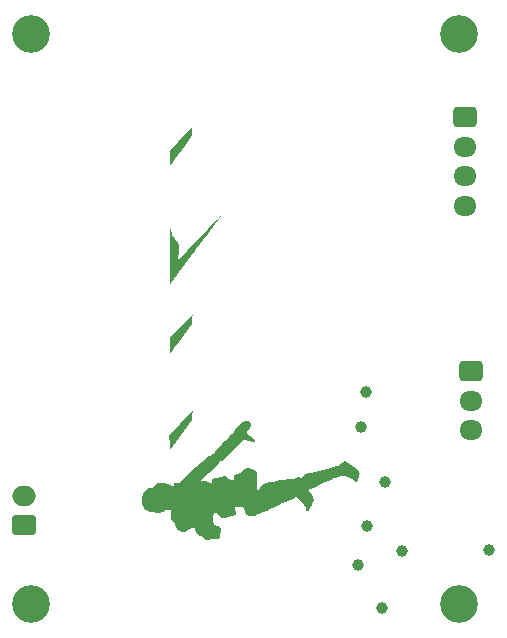
<source format=gbs>
%TF.GenerationSoftware,KiCad,Pcbnew,(6.0.1-0)*%
%TF.CreationDate,2022-10-07T23:17:41-05:00*%
%TF.ProjectId,tackle_sensor_hardware,7461636b-6c65-45f7-9365-6e736f725f68,rev?*%
%TF.SameCoordinates,Original*%
%TF.FileFunction,Soldermask,Bot*%
%TF.FilePolarity,Negative*%
%FSLAX46Y46*%
G04 Gerber Fmt 4.6, Leading zero omitted, Abs format (unit mm)*
G04 Created by KiCad (PCBNEW (6.0.1-0)) date 2022-10-07 23:17:41*
%MOMM*%
%LPD*%
G01*
G04 APERTURE LIST*
G04 Aperture macros list*
%AMRoundRect*
0 Rectangle with rounded corners*
0 $1 Rounding radius*
0 $2 $3 $4 $5 $6 $7 $8 $9 X,Y pos of 4 corners*
0 Add a 4 corners polygon primitive as box body*
4,1,4,$2,$3,$4,$5,$6,$7,$8,$9,$2,$3,0*
0 Add four circle primitives for the rounded corners*
1,1,$1+$1,$2,$3*
1,1,$1+$1,$4,$5*
1,1,$1+$1,$6,$7*
1,1,$1+$1,$8,$9*
0 Add four rect primitives between the rounded corners*
20,1,$1+$1,$2,$3,$4,$5,0*
20,1,$1+$1,$4,$5,$6,$7,0*
20,1,$1+$1,$6,$7,$8,$9,0*
20,1,$1+$1,$8,$9,$2,$3,0*%
G04 Aperture macros list end*
%ADD10RoundRect,0.250000X-0.725000X0.600000X-0.725000X-0.600000X0.725000X-0.600000X0.725000X0.600000X0*%
%ADD11O,1.950000X1.700000*%
%ADD12C,3.200000*%
%ADD13RoundRect,0.250000X0.750000X-0.600000X0.750000X0.600000X-0.750000X0.600000X-0.750000X-0.600000X0*%
%ADD14O,2.000000X1.700000*%
%ADD15C,1.000000*%
G04 APERTURE END LIST*
%TO.C,G\u002A\u002A\u002A*%
G36*
X141115317Y-89726436D02*
G01*
X141093288Y-89783641D01*
X141059318Y-89828426D01*
X140967377Y-89950689D01*
X140828230Y-90136195D01*
X140651098Y-90372642D01*
X140445199Y-90647727D01*
X140219756Y-90949148D01*
X140026132Y-91206926D01*
X139818145Y-91480968D01*
X139637745Y-91715576D01*
X139493991Y-91899083D01*
X139395938Y-92019822D01*
X139352645Y-92066127D01*
X139339545Y-92076232D01*
X139271479Y-92155082D01*
X139167018Y-92292895D01*
X139042846Y-92468025D01*
X139024247Y-92494795D01*
X138920199Y-92641289D01*
X138766153Y-92855228D01*
X138572835Y-93121953D01*
X138350973Y-93426803D01*
X138111294Y-93755120D01*
X137864525Y-94092241D01*
X137621393Y-94423508D01*
X137392625Y-94734260D01*
X137188949Y-95009837D01*
X137021091Y-95235580D01*
X136899779Y-95396827D01*
X136878407Y-95423209D01*
X136858636Y-95438021D01*
X136842432Y-95429822D01*
X136829460Y-95390195D01*
X136819388Y-95310725D01*
X136811879Y-95182994D01*
X136806602Y-94998587D01*
X136803223Y-94749088D01*
X136801406Y-94426081D01*
X136800819Y-94021149D01*
X136801128Y-93525877D01*
X136801998Y-92931848D01*
X136802170Y-92840736D01*
X136804051Y-92340914D01*
X136807337Y-91884817D01*
X136811853Y-91481508D01*
X136817428Y-91140053D01*
X136823890Y-90869515D01*
X136831065Y-90678958D01*
X136838782Y-90577446D01*
X136846867Y-90574042D01*
X136871405Y-90702114D01*
X136923379Y-90924350D01*
X136983642Y-91144277D01*
X137042551Y-91327608D01*
X137090461Y-91440058D01*
X137130303Y-91501998D01*
X137234616Y-91641668D01*
X137348772Y-91774809D01*
X137448830Y-91874452D01*
X137510851Y-91913629D01*
X137535079Y-91956618D01*
X137550964Y-92095846D01*
X137557383Y-92334890D01*
X137554535Y-92677236D01*
X137540204Y-93440920D01*
X137956434Y-93006114D01*
X138056519Y-92901084D01*
X138241354Y-92706087D01*
X138478431Y-92455225D01*
X138755907Y-92161054D01*
X139061943Y-91836131D01*
X139384697Y-91493012D01*
X139712325Y-91144253D01*
X139715279Y-91141107D01*
X140022161Y-90815541D01*
X140306718Y-90516172D01*
X140560497Y-90251705D01*
X140775042Y-90030844D01*
X140941901Y-89862291D01*
X141052618Y-89754751D01*
X141098739Y-89716928D01*
X141115317Y-89726436D01*
G37*
G36*
X138720975Y-82539630D02*
G01*
X138721005Y-82556155D01*
X138721135Y-82645616D01*
X138716894Y-82724014D01*
X138702354Y-82801075D01*
X138671586Y-82886528D01*
X138618662Y-82990103D01*
X138537653Y-83121527D01*
X138422631Y-83290529D01*
X138267668Y-83506837D01*
X138066833Y-83780181D01*
X137814200Y-84120287D01*
X137503839Y-84536886D01*
X136791861Y-85492767D01*
X136791861Y-84243607D01*
X137039287Y-83939099D01*
X137083001Y-83885795D01*
X137268498Y-83667210D01*
X137482389Y-83424352D01*
X137710596Y-83172261D01*
X137939040Y-82925980D01*
X138153642Y-82700552D01*
X138340324Y-82511016D01*
X138485007Y-82372417D01*
X138573612Y-82299795D01*
X138720975Y-82208489D01*
X138720975Y-82539630D01*
G37*
G36*
X138738619Y-98025514D02*
G01*
X138738524Y-98096403D01*
X138732145Y-98242396D01*
X138720535Y-98437823D01*
X138693302Y-98853156D01*
X137818285Y-100026465D01*
X137809252Y-100038580D01*
X137578370Y-100349510D01*
X137368767Y-100634168D01*
X137189056Y-100880668D01*
X137047852Y-101077123D01*
X136953768Y-101211646D01*
X136915418Y-101272351D01*
X136879482Y-101341255D01*
X136841890Y-101336588D01*
X136814426Y-101229117D01*
X136797585Y-101021073D01*
X136791861Y-100714688D01*
X136791861Y-100084449D01*
X137759641Y-99053507D01*
X138009334Y-98787884D01*
X138243456Y-98539563D01*
X138443019Y-98328668D01*
X138598346Y-98165397D01*
X138699763Y-98059950D01*
X138737595Y-98022528D01*
X138738619Y-98025514D01*
G37*
G36*
X138730589Y-106611000D02*
G01*
X138713411Y-106999292D01*
X138033965Y-107913155D01*
X138008924Y-107946839D01*
X137785711Y-108247369D01*
X137566995Y-108542292D01*
X137367652Y-108811518D01*
X137202557Y-109034957D01*
X137086587Y-109192520D01*
X136818654Y-109558022D01*
X136803519Y-108930164D01*
X136788383Y-108302307D01*
X137241902Y-107784271D01*
X137431496Y-107572628D01*
X137696094Y-107287101D01*
X137971473Y-106998299D01*
X138221595Y-106744473D01*
X138747768Y-106222709D01*
X138730589Y-106611000D01*
G37*
G36*
X143396557Y-107049184D02*
G01*
X143578309Y-107145779D01*
X143589758Y-107156577D01*
X143666701Y-107301384D01*
X143671402Y-107482837D01*
X143608668Y-107666861D01*
X143483305Y-107819382D01*
X143456458Y-107841838D01*
X143353058Y-107962937D01*
X143342536Y-108076660D01*
X143428128Y-108195811D01*
X143613066Y-108333195D01*
X143745845Y-108422276D01*
X143885656Y-108526201D01*
X143967373Y-108599779D01*
X144008247Y-108668436D01*
X144004524Y-108765769D01*
X143929842Y-108828963D01*
X143806470Y-108843917D01*
X143656679Y-108796527D01*
X143614642Y-108779243D01*
X143472798Y-108741580D01*
X143297309Y-108710863D01*
X143032321Y-108675711D01*
X142158247Y-109559369D01*
X142063059Y-109655298D01*
X141760801Y-109954475D01*
X141522034Y-110180577D01*
X141340624Y-110339041D01*
X141210441Y-110435301D01*
X141125351Y-110474792D01*
X141017136Y-110516293D01*
X140982465Y-110577225D01*
X140982703Y-110578939D01*
X140947800Y-110644317D01*
X140848733Y-110764022D01*
X140700163Y-110921582D01*
X140516749Y-111100525D01*
X140342320Y-111264593D01*
X140113219Y-111480452D01*
X139902378Y-111679472D01*
X139739744Y-111833405D01*
X139444393Y-112113655D01*
X139682652Y-112114734D01*
X139888311Y-112141240D01*
X140121594Y-112254888D01*
X140248249Y-112331275D01*
X140358918Y-112356287D01*
X140410079Y-112294476D01*
X140405626Y-112144328D01*
X140398453Y-112099486D01*
X140393351Y-112029238D01*
X140413936Y-111978830D01*
X140476167Y-111940512D01*
X140596008Y-111906532D01*
X140789418Y-111869142D01*
X141072358Y-111820592D01*
X141575007Y-111734992D01*
X141752913Y-111929220D01*
X141845715Y-112021968D01*
X141962314Y-112095647D01*
X142080855Y-112106235D01*
X142090702Y-112105059D01*
X142183584Y-112079559D01*
X142227961Y-112012360D01*
X142246906Y-111870738D01*
X142258166Y-111760251D01*
X142291105Y-111678202D01*
X142371636Y-111629235D01*
X142528112Y-111584488D01*
X142601318Y-111563752D01*
X142774868Y-111483651D01*
X142881069Y-111367946D01*
X142912904Y-111319421D01*
X143090407Y-111155076D01*
X143313596Y-111064377D01*
X143557287Y-111046334D01*
X143796293Y-111099956D01*
X144005429Y-111224253D01*
X144159510Y-111418233D01*
X144175015Y-111450415D01*
X144212861Y-111576679D01*
X144223151Y-111741316D01*
X144208818Y-111977616D01*
X144198359Y-112150954D01*
X144196811Y-112382052D01*
X144206510Y-112604235D01*
X144225592Y-112792955D01*
X144252187Y-112923665D01*
X144284430Y-112971816D01*
X144295269Y-112966145D01*
X144347653Y-112895702D01*
X144413540Y-112770867D01*
X144438065Y-112721980D01*
X144563551Y-112553756D01*
X144744060Y-112425628D01*
X144996782Y-112327937D01*
X145338908Y-112251027D01*
X145539189Y-112215306D01*
X145846698Y-112160164D01*
X146180175Y-112100122D01*
X146495753Y-112043067D01*
X146520834Y-112038558D01*
X146783112Y-111995997D01*
X147011730Y-111966704D01*
X147182881Y-111953276D01*
X147272757Y-111958311D01*
X147341996Y-111967983D01*
X147468252Y-111914206D01*
X147592284Y-111852087D01*
X147775376Y-111832177D01*
X147951249Y-111870712D01*
X148024230Y-111882132D01*
X148045026Y-111808334D01*
X148063270Y-111730581D01*
X148138802Y-111621771D01*
X148162539Y-111608216D01*
X148283220Y-111564859D01*
X148484891Y-111506212D01*
X148751116Y-111436659D01*
X149065458Y-111360581D01*
X149411481Y-111282363D01*
X149753908Y-111205492D01*
X150126491Y-111115559D01*
X150417350Y-111037265D01*
X150618518Y-110972786D01*
X150722031Y-110924299D01*
X150829705Y-110865660D01*
X150970980Y-110853121D01*
X151046801Y-110858668D01*
X151114963Y-110813034D01*
X151137762Y-110782359D01*
X151236231Y-110703703D01*
X151379343Y-110617407D01*
X151617042Y-110491308D01*
X152169992Y-110818691D01*
X152378592Y-110948163D01*
X152580153Y-111085745D01*
X152733085Y-111203870D01*
X152814875Y-111286216D01*
X152815186Y-111286690D01*
X152862472Y-111372271D01*
X152880288Y-111460981D01*
X152869807Y-111586437D01*
X152832205Y-111782259D01*
X152786427Y-111964626D01*
X152735708Y-112109173D01*
X152692137Y-112179753D01*
X152622131Y-112212416D01*
X152490493Y-112202016D01*
X152386291Y-112090439D01*
X152364860Y-112053576D01*
X152318155Y-111998960D01*
X152244479Y-111951754D01*
X152124652Y-111903336D01*
X151939492Y-111845083D01*
X151669817Y-111768372D01*
X151519681Y-111728604D01*
X151400246Y-111708466D01*
X151325512Y-111720486D01*
X151263699Y-111764350D01*
X151156113Y-111821325D01*
X151006326Y-111847882D01*
X150903810Y-111870725D01*
X150719853Y-111935646D01*
X150469300Y-112036734D01*
X150166798Y-112168080D01*
X149826994Y-112323773D01*
X149748033Y-112360768D01*
X149442513Y-112502909D01*
X149168219Y-112628993D01*
X148941561Y-112731576D01*
X148778955Y-112803212D01*
X148696812Y-112836456D01*
X148629189Y-112864117D01*
X148589009Y-112918513D01*
X148623641Y-113005876D01*
X148735510Y-113145570D01*
X148756889Y-113171245D01*
X148874078Y-113353147D01*
X148956653Y-113543710D01*
X148975733Y-113611306D01*
X148992673Y-113716305D01*
X148980485Y-113821273D01*
X148933365Y-113958400D01*
X148845504Y-114159874D01*
X148810524Y-114237203D01*
X148712876Y-114445461D01*
X148640265Y-114577422D01*
X148579462Y-114650331D01*
X148517238Y-114681431D01*
X148440363Y-114687966D01*
X148417562Y-114687558D01*
X148348876Y-114668862D01*
X148319295Y-114601135D01*
X148312958Y-114455435D01*
X148312500Y-114405686D01*
X148304065Y-114315059D01*
X148275460Y-114233361D01*
X148214516Y-114144775D01*
X148109062Y-114033484D01*
X147946928Y-113883671D01*
X147715944Y-113679519D01*
X147525485Y-113512294D01*
X147318440Y-113617852D01*
X147267017Y-113643105D01*
X147131689Y-113700495D01*
X147046469Y-113723409D01*
X146982992Y-113745389D01*
X146836055Y-113807739D01*
X146619046Y-113904445D01*
X146345274Y-114029494D01*
X146028048Y-114176871D01*
X145680676Y-114340564D01*
X145679491Y-114341126D01*
X145332945Y-114503817D01*
X145017053Y-114648862D01*
X144744989Y-114770474D01*
X144529926Y-114862865D01*
X144385036Y-114920248D01*
X144323494Y-114936836D01*
X144248638Y-114954162D01*
X144146454Y-115025792D01*
X143987810Y-115115011D01*
X143788024Y-115146001D01*
X143579123Y-115122092D01*
X143389290Y-115050163D01*
X143246708Y-114937093D01*
X143179559Y-114789763D01*
X143155439Y-114671056D01*
X143106075Y-114513810D01*
X143099914Y-114498294D01*
X143060807Y-114425051D01*
X143000227Y-114385578D01*
X142889619Y-114369501D01*
X142700426Y-114366447D01*
X142352372Y-114366447D01*
X142396574Y-115060627D01*
X141992213Y-115147044D01*
X141980178Y-115149620D01*
X141754623Y-115199196D01*
X141546797Y-115246968D01*
X141400300Y-115282928D01*
X141364813Y-115292003D01*
X141271175Y-115305384D01*
X141193534Y-115281563D01*
X141103231Y-115205883D01*
X140971608Y-115063688D01*
X140927348Y-115015111D01*
X140795308Y-114886182D01*
X140698565Y-114827817D01*
X140616659Y-114826336D01*
X140605802Y-114829541D01*
X140550525Y-114861289D01*
X140515558Y-114929168D01*
X140493393Y-115056851D01*
X140476516Y-115268011D01*
X140469694Y-115426427D01*
X140482720Y-115661882D01*
X140535444Y-115814119D01*
X140633939Y-115896018D01*
X140784282Y-115920456D01*
X140929776Y-115941549D01*
X141072265Y-116011172D01*
X141157153Y-116110605D01*
X141159861Y-116220232D01*
X141138713Y-116287881D01*
X141128042Y-116419326D01*
X141127852Y-116474550D01*
X141092175Y-116580085D01*
X141089230Y-116584314D01*
X141053792Y-116684684D01*
X141032967Y-116829321D01*
X141031519Y-116850461D01*
X141005685Y-116981461D01*
X140939010Y-117056541D01*
X140809836Y-117088680D01*
X140596503Y-117090857D01*
X140493973Y-117089973D01*
X140268650Y-117100233D01*
X140079939Y-117123048D01*
X139946900Y-117141100D01*
X139839020Y-117123751D01*
X139747247Y-117053900D01*
X139722089Y-117030663D01*
X139585691Y-116929779D01*
X139424888Y-116835145D01*
X139237462Y-116715032D01*
X139048934Y-116500008D01*
X138954959Y-116236097D01*
X138922321Y-116031993D01*
X138535748Y-116244157D01*
X138362580Y-116333298D01*
X138097478Y-116434573D01*
X137878981Y-116459368D01*
X137689435Y-116408336D01*
X137511185Y-116282132D01*
X137465880Y-116238575D01*
X137344919Y-116074454D01*
X137290572Y-115880244D01*
X137267947Y-115762415D01*
X137203029Y-115638415D01*
X137072908Y-115536896D01*
X136885786Y-115421248D01*
X136921114Y-115031384D01*
X136956443Y-114641520D01*
X136710403Y-114604624D01*
X136693955Y-114602199D01*
X136535914Y-114589453D01*
X136430105Y-114616588D01*
X136329070Y-114694830D01*
X136294103Y-114726002D01*
X136215322Y-114776847D01*
X136113616Y-114805719D01*
X135960931Y-114818527D01*
X135729211Y-114821181D01*
X135718312Y-114821158D01*
X135473747Y-114815382D01*
X135297057Y-114794717D01*
X135150594Y-114751884D01*
X134996714Y-114679610D01*
X134817580Y-114577185D01*
X134659251Y-114450962D01*
X134558457Y-114304440D01*
X134489779Y-114109006D01*
X134454377Y-113820859D01*
X134499078Y-113471741D01*
X134629125Y-113121525D01*
X134693722Y-113004561D01*
X134848036Y-112813089D01*
X135012765Y-112726794D01*
X135189675Y-112744491D01*
X135198100Y-112747605D01*
X135302150Y-112772963D01*
X135345026Y-112758309D01*
X135347210Y-112747664D01*
X135392946Y-112667108D01*
X135479326Y-112553883D01*
X135567712Y-112470744D01*
X135791069Y-112357480D01*
X136063935Y-112304811D01*
X136360323Y-112313404D01*
X136654247Y-112383922D01*
X136919723Y-112517030D01*
X137106587Y-112643839D01*
X137141034Y-112487000D01*
X137157578Y-112422812D01*
X137197785Y-112360391D01*
X137282072Y-112334981D01*
X137441944Y-112330160D01*
X137531355Y-112329124D01*
X137653726Y-112314583D01*
X137718952Y-112270241D01*
X137760653Y-112180287D01*
X137779875Y-112145827D01*
X137872246Y-112033690D01*
X138026314Y-111872392D01*
X138229455Y-111673161D01*
X138469042Y-111447226D01*
X138732451Y-111205818D01*
X139007057Y-110960165D01*
X139280235Y-110721496D01*
X139539359Y-110501041D01*
X139771803Y-110310028D01*
X139964944Y-110159688D01*
X140106156Y-110061249D01*
X140182813Y-110025941D01*
X140194465Y-110025358D01*
X140298493Y-109982134D01*
X140439192Y-109864499D01*
X140626649Y-109664232D01*
X140766416Y-109507931D01*
X140975641Y-109279879D01*
X141205496Y-109034025D01*
X141426565Y-108802075D01*
X141451345Y-108776350D01*
X141634112Y-108584021D01*
X141788970Y-108416732D01*
X141900234Y-108291670D01*
X141952224Y-108226021D01*
X141978985Y-108191433D01*
X142059397Y-108150286D01*
X142066296Y-108148768D01*
X142130849Y-108091504D01*
X142227083Y-107968028D01*
X142336896Y-107801115D01*
X142501665Y-107560653D01*
X142730216Y-107308854D01*
X142962333Y-107136095D01*
X143187839Y-107047747D01*
X143396557Y-107049184D01*
G37*
%TD*%
D10*
%TO.C,J3*%
X162305000Y-102870000D03*
D11*
X162305000Y-105370000D03*
X162305000Y-107870000D03*
%TD*%
D12*
%TO.C,H3*%
X125095000Y-122555000D03*
%TD*%
D13*
%TO.C,J1*%
X124460000Y-115911000D03*
D14*
X124460000Y-113411000D03*
%TD*%
D12*
%TO.C,H4*%
X161290000Y-122555000D03*
%TD*%
D10*
%TO.C,J2*%
X161815000Y-81340000D03*
D11*
X161815000Y-83840000D03*
X161815000Y-86340000D03*
X161815000Y-88840000D03*
%TD*%
D12*
%TO.C,H2*%
X161290000Y-74295000D03*
%TD*%
%TO.C,H1*%
X125095000Y-74295000D03*
%TD*%
D15*
%TO.C,TP7*%
X163830000Y-117983000D03*
%TD*%
%TO.C,TP5*%
X155067000Y-112268000D03*
%TD*%
%TO.C,TP13*%
X153416000Y-104648000D03*
%TD*%
%TO.C,TP8*%
X154813000Y-122936000D03*
%TD*%
%TO.C,TP6*%
X156464000Y-118110000D03*
%TD*%
%TO.C,TP14*%
X153035000Y-107569000D03*
%TD*%
%TO.C,TP4*%
X152781000Y-119253000D03*
%TD*%
%TO.C,TP9*%
X153543000Y-115951000D03*
%TD*%
M02*

</source>
